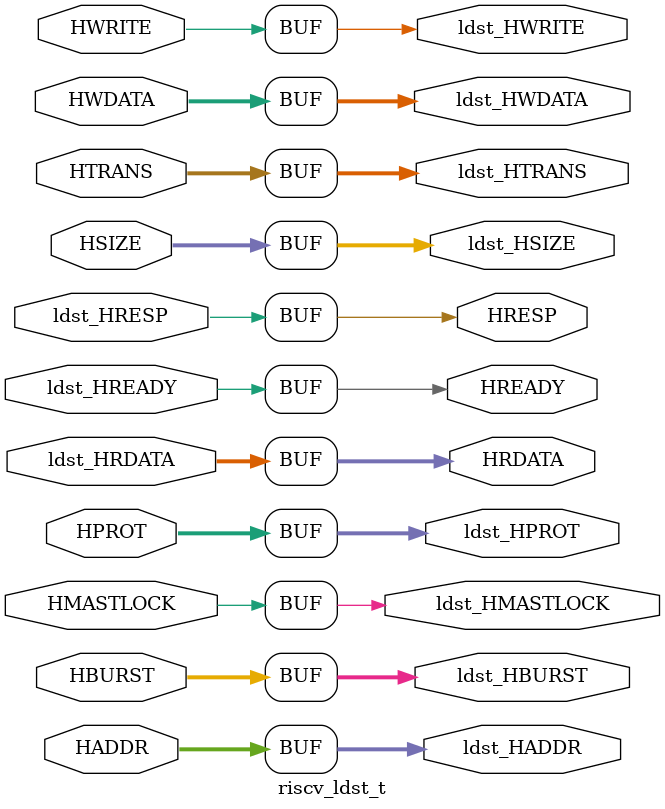
<source format=v>
/**
 *  Codasip s.r.o.
 * 
 *  CONFIDENTIAL
 * 
 *  Copyright 2024 Codasip s.r.o.
 * 
 *  All Rights Reserved.
 *  This file is part of the Codasip Studio product. No part of the Studio product, including this
 *  file, may be use, copied, modified, or distributed except in accordance with the terms contained
 *  in Codasip license agreement under which you obtained this file.
 * 
 *  \file
 *  \date    2024-03-30
 *  \author  Codasip (c) HW generator
 *  \version 9.4.2
 *  \brief   Contains module definition of the 'riscv_ldst_t' CodAL interface.
 */

module riscv_ldst_t(
    input  wire ldst_HREADY,
    input  wire ldst_HRESP,
    input  wire [31:0] ldst_HRDATA,
    input  wire [31:0] HADDR,
    input  wire [2:0] HBURST,
    input  wire HMASTLOCK,
    input  wire [3:0] HPROT,
    input  wire [2:0] HSIZE,
    input  wire [1:0] HTRANS,
    input  wire HWRITE,
    input  wire [31:0] HWDATA,
    output wire [31:0] ldst_HADDR,
    output wire [2:0] ldst_HBURST,
    output wire ldst_HMASTLOCK,
    output wire [3:0] ldst_HPROT,
    output wire [2:0] ldst_HSIZE,
    output wire [1:0] ldst_HTRANS,
    output wire ldst_HWRITE,
    output wire [31:0] ldst_HWDATA,
    output wire HREADY,
    output wire HRESP,
    output wire [31:0] HRDATA
);
    // data-path code:
    assign ldst_HADDR = HADDR;
    assign ldst_HBURST = HBURST;
    assign ldst_HMASTLOCK = HMASTLOCK;
    assign ldst_HPROT = HPROT;
    assign ldst_HSIZE = HSIZE;
    assign ldst_HTRANS = HTRANS;
    assign ldst_HWRITE = HWRITE;
    assign HRESP = ldst_HRESP;
    assign HREADY = ldst_HREADY;
    assign HRDATA = ldst_HRDATA;
    assign ldst_HWDATA = HWDATA;
endmodule // riscv_ldst_t

</source>
